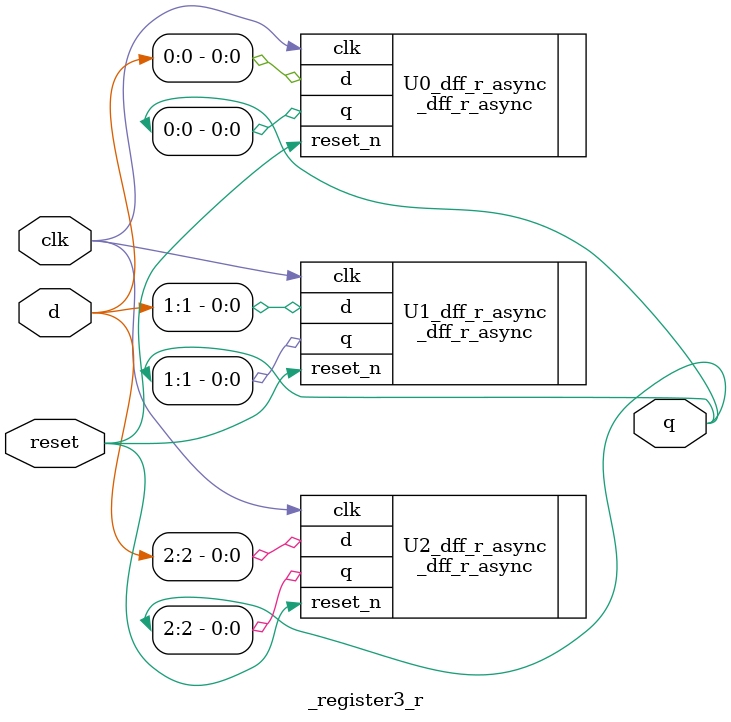
<source format=v>
module _register3_r(clk, reset, d, q);
	input clk, reset;
	input [2:0] d;
	output [2:0] q;
	
	_dff_r_async U0_dff_r_async(.clk(clk), .reset_n(reset), .d(d[0]), .q(q[0]));
	_dff_r_async U1_dff_r_async(.clk(clk), .reset_n(reset), .d(d[1]), .q(q[1]));
	_dff_r_async U2_dff_r_async(.clk(clk), .reset_n(reset), .d(d[2]), .q(q[2]));
endmodule

</source>
